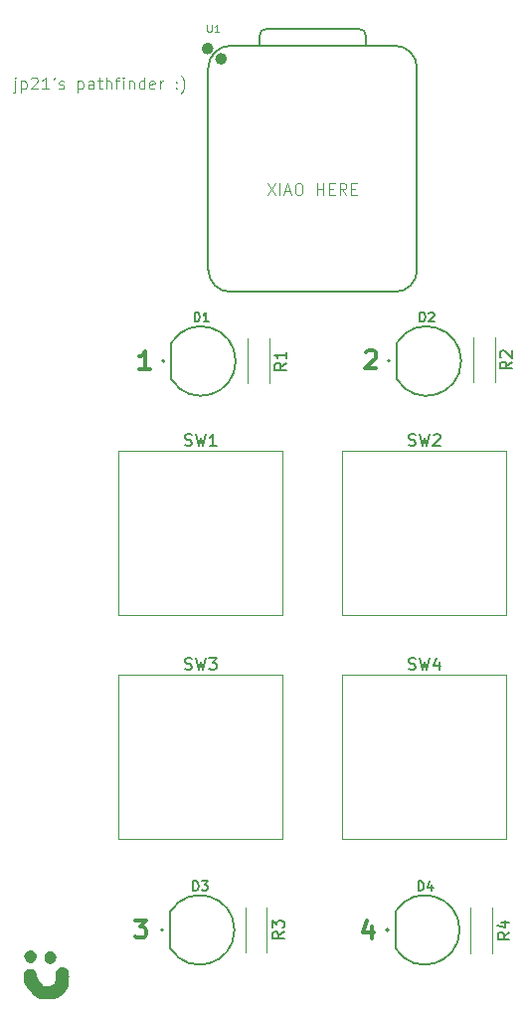
<source format=gbr>
%TF.GenerationSoftware,KiCad,Pcbnew,9.0.2*%
%TF.CreationDate,2025-08-01T17:29:50-07:00*%
%TF.ProjectId,jp21_pathfinder,6a703231-5f70-4617-9468-66696e646572,rev?*%
%TF.SameCoordinates,Original*%
%TF.FileFunction,Legend,Top*%
%TF.FilePolarity,Positive*%
%FSLAX46Y46*%
G04 Gerber Fmt 4.6, Leading zero omitted, Abs format (unit mm)*
G04 Created by KiCad (PCBNEW 9.0.2) date 2025-08-01 17:29:50*
%MOMM*%
%LPD*%
G01*
G04 APERTURE LIST*
%ADD10C,0.300000*%
%ADD11C,0.100000*%
%ADD12C,0.150000*%
%ADD13C,0.101600*%
%ADD14C,0.000000*%
%ADD15C,0.120000*%
%ADD16C,0.504000*%
%ADD17C,0.127000*%
%ADD18C,0.200000*%
G04 APERTURE END LIST*
D10*
X129110225Y-86930828D02*
X128253082Y-86930828D01*
X128681653Y-86930828D02*
X128681653Y-85430828D01*
X128681653Y-85430828D02*
X128538796Y-85645114D01*
X128538796Y-85645114D02*
X128395939Y-85787971D01*
X128395939Y-85787971D02*
X128253082Y-85859400D01*
X147987368Y-134370828D02*
X147987368Y-135370828D01*
X147630225Y-133799400D02*
X147273082Y-134870828D01*
X147273082Y-134870828D02*
X148201653Y-134870828D01*
X127881653Y-133800828D02*
X128810225Y-133800828D01*
X128810225Y-133800828D02*
X128310225Y-134372257D01*
X128310225Y-134372257D02*
X128524510Y-134372257D01*
X128524510Y-134372257D02*
X128667368Y-134443685D01*
X128667368Y-134443685D02*
X128738796Y-134515114D01*
X128738796Y-134515114D02*
X128810225Y-134657971D01*
X128810225Y-134657971D02*
X128810225Y-135015114D01*
X128810225Y-135015114D02*
X128738796Y-135157971D01*
X128738796Y-135157971D02*
X128667368Y-135229400D01*
X128667368Y-135229400D02*
X128524510Y-135300828D01*
X128524510Y-135300828D02*
X128095939Y-135300828D01*
X128095939Y-135300828D02*
X127953082Y-135229400D01*
X127953082Y-135229400D02*
X127881653Y-135157971D01*
X147543082Y-85463685D02*
X147614510Y-85392257D01*
X147614510Y-85392257D02*
X147757368Y-85320828D01*
X147757368Y-85320828D02*
X148114510Y-85320828D01*
X148114510Y-85320828D02*
X148257368Y-85392257D01*
X148257368Y-85392257D02*
X148328796Y-85463685D01*
X148328796Y-85463685D02*
X148400225Y-85606542D01*
X148400225Y-85606542D02*
X148400225Y-85749400D01*
X148400225Y-85749400D02*
X148328796Y-85963685D01*
X148328796Y-85963685D02*
X147471653Y-86820828D01*
X147471653Y-86820828D02*
X148400225Y-86820828D01*
D11*
X117663884Y-62405752D02*
X117663884Y-63262895D01*
X117663884Y-63262895D02*
X117616265Y-63358133D01*
X117616265Y-63358133D02*
X117521027Y-63405752D01*
X117521027Y-63405752D02*
X117473408Y-63405752D01*
X117663884Y-62072419D02*
X117616265Y-62120038D01*
X117616265Y-62120038D02*
X117663884Y-62167657D01*
X117663884Y-62167657D02*
X117711503Y-62120038D01*
X117711503Y-62120038D02*
X117663884Y-62072419D01*
X117663884Y-62072419D02*
X117663884Y-62167657D01*
X118140074Y-62405752D02*
X118140074Y-63405752D01*
X118140074Y-62453371D02*
X118235312Y-62405752D01*
X118235312Y-62405752D02*
X118425788Y-62405752D01*
X118425788Y-62405752D02*
X118521026Y-62453371D01*
X118521026Y-62453371D02*
X118568645Y-62500990D01*
X118568645Y-62500990D02*
X118616264Y-62596228D01*
X118616264Y-62596228D02*
X118616264Y-62881942D01*
X118616264Y-62881942D02*
X118568645Y-62977180D01*
X118568645Y-62977180D02*
X118521026Y-63024800D01*
X118521026Y-63024800D02*
X118425788Y-63072419D01*
X118425788Y-63072419D02*
X118235312Y-63072419D01*
X118235312Y-63072419D02*
X118140074Y-63024800D01*
X118997217Y-62167657D02*
X119044836Y-62120038D01*
X119044836Y-62120038D02*
X119140074Y-62072419D01*
X119140074Y-62072419D02*
X119378169Y-62072419D01*
X119378169Y-62072419D02*
X119473407Y-62120038D01*
X119473407Y-62120038D02*
X119521026Y-62167657D01*
X119521026Y-62167657D02*
X119568645Y-62262895D01*
X119568645Y-62262895D02*
X119568645Y-62358133D01*
X119568645Y-62358133D02*
X119521026Y-62500990D01*
X119521026Y-62500990D02*
X118949598Y-63072419D01*
X118949598Y-63072419D02*
X119568645Y-63072419D01*
X120521026Y-63072419D02*
X119949598Y-63072419D01*
X120235312Y-63072419D02*
X120235312Y-62072419D01*
X120235312Y-62072419D02*
X120140074Y-62215276D01*
X120140074Y-62215276D02*
X120044836Y-62310514D01*
X120044836Y-62310514D02*
X119949598Y-62358133D01*
X120997217Y-62072419D02*
X120901979Y-62262895D01*
X121378169Y-63024800D02*
X121473407Y-63072419D01*
X121473407Y-63072419D02*
X121663883Y-63072419D01*
X121663883Y-63072419D02*
X121759121Y-63024800D01*
X121759121Y-63024800D02*
X121806740Y-62929561D01*
X121806740Y-62929561D02*
X121806740Y-62881942D01*
X121806740Y-62881942D02*
X121759121Y-62786704D01*
X121759121Y-62786704D02*
X121663883Y-62739085D01*
X121663883Y-62739085D02*
X121521026Y-62739085D01*
X121521026Y-62739085D02*
X121425788Y-62691466D01*
X121425788Y-62691466D02*
X121378169Y-62596228D01*
X121378169Y-62596228D02*
X121378169Y-62548609D01*
X121378169Y-62548609D02*
X121425788Y-62453371D01*
X121425788Y-62453371D02*
X121521026Y-62405752D01*
X121521026Y-62405752D02*
X121663883Y-62405752D01*
X121663883Y-62405752D02*
X121759121Y-62453371D01*
X122997217Y-62405752D02*
X122997217Y-63405752D01*
X122997217Y-62453371D02*
X123092455Y-62405752D01*
X123092455Y-62405752D02*
X123282931Y-62405752D01*
X123282931Y-62405752D02*
X123378169Y-62453371D01*
X123378169Y-62453371D02*
X123425788Y-62500990D01*
X123425788Y-62500990D02*
X123473407Y-62596228D01*
X123473407Y-62596228D02*
X123473407Y-62881942D01*
X123473407Y-62881942D02*
X123425788Y-62977180D01*
X123425788Y-62977180D02*
X123378169Y-63024800D01*
X123378169Y-63024800D02*
X123282931Y-63072419D01*
X123282931Y-63072419D02*
X123092455Y-63072419D01*
X123092455Y-63072419D02*
X122997217Y-63024800D01*
X124330550Y-63072419D02*
X124330550Y-62548609D01*
X124330550Y-62548609D02*
X124282931Y-62453371D01*
X124282931Y-62453371D02*
X124187693Y-62405752D01*
X124187693Y-62405752D02*
X123997217Y-62405752D01*
X123997217Y-62405752D02*
X123901979Y-62453371D01*
X124330550Y-63024800D02*
X124235312Y-63072419D01*
X124235312Y-63072419D02*
X123997217Y-63072419D01*
X123997217Y-63072419D02*
X123901979Y-63024800D01*
X123901979Y-63024800D02*
X123854360Y-62929561D01*
X123854360Y-62929561D02*
X123854360Y-62834323D01*
X123854360Y-62834323D02*
X123901979Y-62739085D01*
X123901979Y-62739085D02*
X123997217Y-62691466D01*
X123997217Y-62691466D02*
X124235312Y-62691466D01*
X124235312Y-62691466D02*
X124330550Y-62643847D01*
X124663884Y-62405752D02*
X125044836Y-62405752D01*
X124806741Y-62072419D02*
X124806741Y-62929561D01*
X124806741Y-62929561D02*
X124854360Y-63024800D01*
X124854360Y-63024800D02*
X124949598Y-63072419D01*
X124949598Y-63072419D02*
X125044836Y-63072419D01*
X125378170Y-63072419D02*
X125378170Y-62072419D01*
X125806741Y-63072419D02*
X125806741Y-62548609D01*
X125806741Y-62548609D02*
X125759122Y-62453371D01*
X125759122Y-62453371D02*
X125663884Y-62405752D01*
X125663884Y-62405752D02*
X125521027Y-62405752D01*
X125521027Y-62405752D02*
X125425789Y-62453371D01*
X125425789Y-62453371D02*
X125378170Y-62500990D01*
X126140075Y-62405752D02*
X126521027Y-62405752D01*
X126282932Y-63072419D02*
X126282932Y-62215276D01*
X126282932Y-62215276D02*
X126330551Y-62120038D01*
X126330551Y-62120038D02*
X126425789Y-62072419D01*
X126425789Y-62072419D02*
X126521027Y-62072419D01*
X126854361Y-63072419D02*
X126854361Y-62405752D01*
X126854361Y-62072419D02*
X126806742Y-62120038D01*
X126806742Y-62120038D02*
X126854361Y-62167657D01*
X126854361Y-62167657D02*
X126901980Y-62120038D01*
X126901980Y-62120038D02*
X126854361Y-62072419D01*
X126854361Y-62072419D02*
X126854361Y-62167657D01*
X127330551Y-62405752D02*
X127330551Y-63072419D01*
X127330551Y-62500990D02*
X127378170Y-62453371D01*
X127378170Y-62453371D02*
X127473408Y-62405752D01*
X127473408Y-62405752D02*
X127616265Y-62405752D01*
X127616265Y-62405752D02*
X127711503Y-62453371D01*
X127711503Y-62453371D02*
X127759122Y-62548609D01*
X127759122Y-62548609D02*
X127759122Y-63072419D01*
X128663884Y-63072419D02*
X128663884Y-62072419D01*
X128663884Y-63024800D02*
X128568646Y-63072419D01*
X128568646Y-63072419D02*
X128378170Y-63072419D01*
X128378170Y-63072419D02*
X128282932Y-63024800D01*
X128282932Y-63024800D02*
X128235313Y-62977180D01*
X128235313Y-62977180D02*
X128187694Y-62881942D01*
X128187694Y-62881942D02*
X128187694Y-62596228D01*
X128187694Y-62596228D02*
X128235313Y-62500990D01*
X128235313Y-62500990D02*
X128282932Y-62453371D01*
X128282932Y-62453371D02*
X128378170Y-62405752D01*
X128378170Y-62405752D02*
X128568646Y-62405752D01*
X128568646Y-62405752D02*
X128663884Y-62453371D01*
X129521027Y-63024800D02*
X129425789Y-63072419D01*
X129425789Y-63072419D02*
X129235313Y-63072419D01*
X129235313Y-63072419D02*
X129140075Y-63024800D01*
X129140075Y-63024800D02*
X129092456Y-62929561D01*
X129092456Y-62929561D02*
X129092456Y-62548609D01*
X129092456Y-62548609D02*
X129140075Y-62453371D01*
X129140075Y-62453371D02*
X129235313Y-62405752D01*
X129235313Y-62405752D02*
X129425789Y-62405752D01*
X129425789Y-62405752D02*
X129521027Y-62453371D01*
X129521027Y-62453371D02*
X129568646Y-62548609D01*
X129568646Y-62548609D02*
X129568646Y-62643847D01*
X129568646Y-62643847D02*
X129092456Y-62739085D01*
X129997218Y-63072419D02*
X129997218Y-62405752D01*
X129997218Y-62596228D02*
X130044837Y-62500990D01*
X130044837Y-62500990D02*
X130092456Y-62453371D01*
X130092456Y-62453371D02*
X130187694Y-62405752D01*
X130187694Y-62405752D02*
X130282932Y-62405752D01*
X131378171Y-62977180D02*
X131425790Y-63024800D01*
X131425790Y-63024800D02*
X131378171Y-63072419D01*
X131378171Y-63072419D02*
X131330552Y-63024800D01*
X131330552Y-63024800D02*
X131378171Y-62977180D01*
X131378171Y-62977180D02*
X131378171Y-63072419D01*
X131378171Y-62453371D02*
X131425790Y-62500990D01*
X131425790Y-62500990D02*
X131378171Y-62548609D01*
X131378171Y-62548609D02*
X131330552Y-62500990D01*
X131330552Y-62500990D02*
X131378171Y-62453371D01*
X131378171Y-62453371D02*
X131378171Y-62548609D01*
X131759123Y-63453371D02*
X131806742Y-63405752D01*
X131806742Y-63405752D02*
X131901980Y-63262895D01*
X131901980Y-63262895D02*
X131949599Y-63167657D01*
X131949599Y-63167657D02*
X131997218Y-63024800D01*
X131997218Y-63024800D02*
X132044837Y-62786704D01*
X132044837Y-62786704D02*
X132044837Y-62596228D01*
X132044837Y-62596228D02*
X131997218Y-62358133D01*
X131997218Y-62358133D02*
X131949599Y-62215276D01*
X131949599Y-62215276D02*
X131901980Y-62120038D01*
X131901980Y-62120038D02*
X131806742Y-61977180D01*
X131806742Y-61977180D02*
X131759123Y-61929561D01*
X139138646Y-71082419D02*
X139805312Y-72082419D01*
X139805312Y-71082419D02*
X139138646Y-72082419D01*
X140186265Y-72082419D02*
X140186265Y-71082419D01*
X140614836Y-71796704D02*
X141091026Y-71796704D01*
X140519598Y-72082419D02*
X140852931Y-71082419D01*
X140852931Y-71082419D02*
X141186264Y-72082419D01*
X141710074Y-71082419D02*
X141900550Y-71082419D01*
X141900550Y-71082419D02*
X141995788Y-71130038D01*
X141995788Y-71130038D02*
X142091026Y-71225276D01*
X142091026Y-71225276D02*
X142138645Y-71415752D01*
X142138645Y-71415752D02*
X142138645Y-71749085D01*
X142138645Y-71749085D02*
X142091026Y-71939561D01*
X142091026Y-71939561D02*
X141995788Y-72034800D01*
X141995788Y-72034800D02*
X141900550Y-72082419D01*
X141900550Y-72082419D02*
X141710074Y-72082419D01*
X141710074Y-72082419D02*
X141614836Y-72034800D01*
X141614836Y-72034800D02*
X141519598Y-71939561D01*
X141519598Y-71939561D02*
X141471979Y-71749085D01*
X141471979Y-71749085D02*
X141471979Y-71415752D01*
X141471979Y-71415752D02*
X141519598Y-71225276D01*
X141519598Y-71225276D02*
X141614836Y-71130038D01*
X141614836Y-71130038D02*
X141710074Y-71082419D01*
X143329122Y-72082419D02*
X143329122Y-71082419D01*
X143329122Y-71558609D02*
X143900550Y-71558609D01*
X143900550Y-72082419D02*
X143900550Y-71082419D01*
X144376741Y-71558609D02*
X144710074Y-71558609D01*
X144852931Y-72082419D02*
X144376741Y-72082419D01*
X144376741Y-72082419D02*
X144376741Y-71082419D01*
X144376741Y-71082419D02*
X144852931Y-71082419D01*
X145852931Y-72082419D02*
X145519598Y-71606228D01*
X145281503Y-72082419D02*
X145281503Y-71082419D01*
X145281503Y-71082419D02*
X145662455Y-71082419D01*
X145662455Y-71082419D02*
X145757693Y-71130038D01*
X145757693Y-71130038D02*
X145805312Y-71177657D01*
X145805312Y-71177657D02*
X145852931Y-71272895D01*
X145852931Y-71272895D02*
X145852931Y-71415752D01*
X145852931Y-71415752D02*
X145805312Y-71510990D01*
X145805312Y-71510990D02*
X145757693Y-71558609D01*
X145757693Y-71558609D02*
X145662455Y-71606228D01*
X145662455Y-71606228D02*
X145281503Y-71606228D01*
X146281503Y-71558609D02*
X146614836Y-71558609D01*
X146757693Y-72082419D02*
X146281503Y-72082419D01*
X146281503Y-72082419D02*
X146281503Y-71082419D01*
X146281503Y-71082419D02*
X146757693Y-71082419D01*
D12*
X132126667Y-112443200D02*
X132269524Y-112490819D01*
X132269524Y-112490819D02*
X132507619Y-112490819D01*
X132507619Y-112490819D02*
X132602857Y-112443200D01*
X132602857Y-112443200D02*
X132650476Y-112395580D01*
X132650476Y-112395580D02*
X132698095Y-112300342D01*
X132698095Y-112300342D02*
X132698095Y-112205104D01*
X132698095Y-112205104D02*
X132650476Y-112109866D01*
X132650476Y-112109866D02*
X132602857Y-112062247D01*
X132602857Y-112062247D02*
X132507619Y-112014628D01*
X132507619Y-112014628D02*
X132317143Y-111967009D01*
X132317143Y-111967009D02*
X132221905Y-111919390D01*
X132221905Y-111919390D02*
X132174286Y-111871771D01*
X132174286Y-111871771D02*
X132126667Y-111776533D01*
X132126667Y-111776533D02*
X132126667Y-111681295D01*
X132126667Y-111681295D02*
X132174286Y-111586057D01*
X132174286Y-111586057D02*
X132221905Y-111538438D01*
X132221905Y-111538438D02*
X132317143Y-111490819D01*
X132317143Y-111490819D02*
X132555238Y-111490819D01*
X132555238Y-111490819D02*
X132698095Y-111538438D01*
X133031429Y-111490819D02*
X133269524Y-112490819D01*
X133269524Y-112490819D02*
X133460000Y-111776533D01*
X133460000Y-111776533D02*
X133650476Y-112490819D01*
X133650476Y-112490819D02*
X133888572Y-111490819D01*
X134174286Y-111490819D02*
X134793333Y-111490819D01*
X134793333Y-111490819D02*
X134460000Y-111871771D01*
X134460000Y-111871771D02*
X134602857Y-111871771D01*
X134602857Y-111871771D02*
X134698095Y-111919390D01*
X134698095Y-111919390D02*
X134745714Y-111967009D01*
X134745714Y-111967009D02*
X134793333Y-112062247D01*
X134793333Y-112062247D02*
X134793333Y-112300342D01*
X134793333Y-112300342D02*
X134745714Y-112395580D01*
X134745714Y-112395580D02*
X134698095Y-112443200D01*
X134698095Y-112443200D02*
X134602857Y-112490819D01*
X134602857Y-112490819D02*
X134317143Y-112490819D01*
X134317143Y-112490819D02*
X134221905Y-112443200D01*
X134221905Y-112443200D02*
X134174286Y-112395580D01*
X151176667Y-112443200D02*
X151319524Y-112490819D01*
X151319524Y-112490819D02*
X151557619Y-112490819D01*
X151557619Y-112490819D02*
X151652857Y-112443200D01*
X151652857Y-112443200D02*
X151700476Y-112395580D01*
X151700476Y-112395580D02*
X151748095Y-112300342D01*
X151748095Y-112300342D02*
X151748095Y-112205104D01*
X151748095Y-112205104D02*
X151700476Y-112109866D01*
X151700476Y-112109866D02*
X151652857Y-112062247D01*
X151652857Y-112062247D02*
X151557619Y-112014628D01*
X151557619Y-112014628D02*
X151367143Y-111967009D01*
X151367143Y-111967009D02*
X151271905Y-111919390D01*
X151271905Y-111919390D02*
X151224286Y-111871771D01*
X151224286Y-111871771D02*
X151176667Y-111776533D01*
X151176667Y-111776533D02*
X151176667Y-111681295D01*
X151176667Y-111681295D02*
X151224286Y-111586057D01*
X151224286Y-111586057D02*
X151271905Y-111538438D01*
X151271905Y-111538438D02*
X151367143Y-111490819D01*
X151367143Y-111490819D02*
X151605238Y-111490819D01*
X151605238Y-111490819D02*
X151748095Y-111538438D01*
X152081429Y-111490819D02*
X152319524Y-112490819D01*
X152319524Y-112490819D02*
X152510000Y-111776533D01*
X152510000Y-111776533D02*
X152700476Y-112490819D01*
X152700476Y-112490819D02*
X152938572Y-111490819D01*
X153748095Y-111824152D02*
X153748095Y-112490819D01*
X153510000Y-111443200D02*
X153271905Y-112157485D01*
X153271905Y-112157485D02*
X153890952Y-112157485D01*
X151176667Y-93393200D02*
X151319524Y-93440819D01*
X151319524Y-93440819D02*
X151557619Y-93440819D01*
X151557619Y-93440819D02*
X151652857Y-93393200D01*
X151652857Y-93393200D02*
X151700476Y-93345580D01*
X151700476Y-93345580D02*
X151748095Y-93250342D01*
X151748095Y-93250342D02*
X151748095Y-93155104D01*
X151748095Y-93155104D02*
X151700476Y-93059866D01*
X151700476Y-93059866D02*
X151652857Y-93012247D01*
X151652857Y-93012247D02*
X151557619Y-92964628D01*
X151557619Y-92964628D02*
X151367143Y-92917009D01*
X151367143Y-92917009D02*
X151271905Y-92869390D01*
X151271905Y-92869390D02*
X151224286Y-92821771D01*
X151224286Y-92821771D02*
X151176667Y-92726533D01*
X151176667Y-92726533D02*
X151176667Y-92631295D01*
X151176667Y-92631295D02*
X151224286Y-92536057D01*
X151224286Y-92536057D02*
X151271905Y-92488438D01*
X151271905Y-92488438D02*
X151367143Y-92440819D01*
X151367143Y-92440819D02*
X151605238Y-92440819D01*
X151605238Y-92440819D02*
X151748095Y-92488438D01*
X152081429Y-92440819D02*
X152319524Y-93440819D01*
X152319524Y-93440819D02*
X152510000Y-92726533D01*
X152510000Y-92726533D02*
X152700476Y-93440819D01*
X152700476Y-93440819D02*
X152938572Y-92440819D01*
X153271905Y-92536057D02*
X153319524Y-92488438D01*
X153319524Y-92488438D02*
X153414762Y-92440819D01*
X153414762Y-92440819D02*
X153652857Y-92440819D01*
X153652857Y-92440819D02*
X153748095Y-92488438D01*
X153748095Y-92488438D02*
X153795714Y-92536057D01*
X153795714Y-92536057D02*
X153843333Y-92631295D01*
X153843333Y-92631295D02*
X153843333Y-92726533D01*
X153843333Y-92726533D02*
X153795714Y-92869390D01*
X153795714Y-92869390D02*
X153224286Y-93440819D01*
X153224286Y-93440819D02*
X153843333Y-93440819D01*
X132126667Y-93393200D02*
X132269524Y-93440819D01*
X132269524Y-93440819D02*
X132507619Y-93440819D01*
X132507619Y-93440819D02*
X132602857Y-93393200D01*
X132602857Y-93393200D02*
X132650476Y-93345580D01*
X132650476Y-93345580D02*
X132698095Y-93250342D01*
X132698095Y-93250342D02*
X132698095Y-93155104D01*
X132698095Y-93155104D02*
X132650476Y-93059866D01*
X132650476Y-93059866D02*
X132602857Y-93012247D01*
X132602857Y-93012247D02*
X132507619Y-92964628D01*
X132507619Y-92964628D02*
X132317143Y-92917009D01*
X132317143Y-92917009D02*
X132221905Y-92869390D01*
X132221905Y-92869390D02*
X132174286Y-92821771D01*
X132174286Y-92821771D02*
X132126667Y-92726533D01*
X132126667Y-92726533D02*
X132126667Y-92631295D01*
X132126667Y-92631295D02*
X132174286Y-92536057D01*
X132174286Y-92536057D02*
X132221905Y-92488438D01*
X132221905Y-92488438D02*
X132317143Y-92440819D01*
X132317143Y-92440819D02*
X132555238Y-92440819D01*
X132555238Y-92440819D02*
X132698095Y-92488438D01*
X133031429Y-92440819D02*
X133269524Y-93440819D01*
X133269524Y-93440819D02*
X133460000Y-92726533D01*
X133460000Y-92726533D02*
X133650476Y-93440819D01*
X133650476Y-93440819D02*
X133888572Y-92440819D01*
X134793333Y-93440819D02*
X134221905Y-93440819D01*
X134507619Y-93440819D02*
X134507619Y-92440819D01*
X134507619Y-92440819D02*
X134412381Y-92583676D01*
X134412381Y-92583676D02*
X134317143Y-92678914D01*
X134317143Y-92678914D02*
X134221905Y-92726533D01*
D13*
X133997440Y-57585979D02*
X133997440Y-58100026D01*
X133997440Y-58100026D02*
X134027678Y-58160502D01*
X134027678Y-58160502D02*
X134057916Y-58190741D01*
X134057916Y-58190741D02*
X134118392Y-58220979D01*
X134118392Y-58220979D02*
X134239345Y-58220979D01*
X134239345Y-58220979D02*
X134299821Y-58190741D01*
X134299821Y-58190741D02*
X134330059Y-58160502D01*
X134330059Y-58160502D02*
X134360297Y-58100026D01*
X134360297Y-58100026D02*
X134360297Y-57585979D01*
X134995297Y-58220979D02*
X134632440Y-58220979D01*
X134813868Y-58220979D02*
X134813868Y-57585979D01*
X134813868Y-57585979D02*
X134753392Y-57676693D01*
X134753392Y-57676693D02*
X134692916Y-57737169D01*
X134692916Y-57737169D02*
X134632440Y-57767407D01*
D12*
X132910774Y-82876795D02*
X132910774Y-82076795D01*
X132910774Y-82076795D02*
X133101250Y-82076795D01*
X133101250Y-82076795D02*
X133215536Y-82114890D01*
X133215536Y-82114890D02*
X133291726Y-82191080D01*
X133291726Y-82191080D02*
X133329821Y-82267271D01*
X133329821Y-82267271D02*
X133367917Y-82419652D01*
X133367917Y-82419652D02*
X133367917Y-82533938D01*
X133367917Y-82533938D02*
X133329821Y-82686319D01*
X133329821Y-82686319D02*
X133291726Y-82762509D01*
X133291726Y-82762509D02*
X133215536Y-82838700D01*
X133215536Y-82838700D02*
X133101250Y-82876795D01*
X133101250Y-82876795D02*
X132910774Y-82876795D01*
X134129821Y-82876795D02*
X133672678Y-82876795D01*
X133901250Y-82876795D02*
X133901250Y-82076795D01*
X133901250Y-82076795D02*
X133825059Y-82191080D01*
X133825059Y-82191080D02*
X133748869Y-82267271D01*
X133748869Y-82267271D02*
X133672678Y-82305366D01*
X152110774Y-82876795D02*
X152110774Y-82076795D01*
X152110774Y-82076795D02*
X152301250Y-82076795D01*
X152301250Y-82076795D02*
X152415536Y-82114890D01*
X152415536Y-82114890D02*
X152491726Y-82191080D01*
X152491726Y-82191080D02*
X152529821Y-82267271D01*
X152529821Y-82267271D02*
X152567917Y-82419652D01*
X152567917Y-82419652D02*
X152567917Y-82533938D01*
X152567917Y-82533938D02*
X152529821Y-82686319D01*
X152529821Y-82686319D02*
X152491726Y-82762509D01*
X152491726Y-82762509D02*
X152415536Y-82838700D01*
X152415536Y-82838700D02*
X152301250Y-82876795D01*
X152301250Y-82876795D02*
X152110774Y-82876795D01*
X152872678Y-82152985D02*
X152910774Y-82114890D01*
X152910774Y-82114890D02*
X152986964Y-82076795D01*
X152986964Y-82076795D02*
X153177440Y-82076795D01*
X153177440Y-82076795D02*
X153253631Y-82114890D01*
X153253631Y-82114890D02*
X153291726Y-82152985D01*
X153291726Y-82152985D02*
X153329821Y-82229176D01*
X153329821Y-82229176D02*
X153329821Y-82305366D01*
X153329821Y-82305366D02*
X153291726Y-82419652D01*
X153291726Y-82419652D02*
X152834583Y-82876795D01*
X152834583Y-82876795D02*
X153329821Y-82876795D01*
X159736069Y-134829166D02*
X159259878Y-135162499D01*
X159736069Y-135400594D02*
X158736069Y-135400594D01*
X158736069Y-135400594D02*
X158736069Y-135019642D01*
X158736069Y-135019642D02*
X158783688Y-134924404D01*
X158783688Y-134924404D02*
X158831307Y-134876785D01*
X158831307Y-134876785D02*
X158926545Y-134829166D01*
X158926545Y-134829166D02*
X159069402Y-134829166D01*
X159069402Y-134829166D02*
X159164640Y-134876785D01*
X159164640Y-134876785D02*
X159212259Y-134924404D01*
X159212259Y-134924404D02*
X159259878Y-135019642D01*
X159259878Y-135019642D02*
X159259878Y-135400594D01*
X159069402Y-133972023D02*
X159736069Y-133972023D01*
X158688450Y-134210118D02*
X159402735Y-134448213D01*
X159402735Y-134448213D02*
X159402735Y-133829166D01*
X140536069Y-134789166D02*
X140059878Y-135122499D01*
X140536069Y-135360594D02*
X139536069Y-135360594D01*
X139536069Y-135360594D02*
X139536069Y-134979642D01*
X139536069Y-134979642D02*
X139583688Y-134884404D01*
X139583688Y-134884404D02*
X139631307Y-134836785D01*
X139631307Y-134836785D02*
X139726545Y-134789166D01*
X139726545Y-134789166D02*
X139869402Y-134789166D01*
X139869402Y-134789166D02*
X139964640Y-134836785D01*
X139964640Y-134836785D02*
X140012259Y-134884404D01*
X140012259Y-134884404D02*
X140059878Y-134979642D01*
X140059878Y-134979642D02*
X140059878Y-135360594D01*
X139536069Y-134455832D02*
X139536069Y-133836785D01*
X139536069Y-133836785D02*
X139917021Y-134170118D01*
X139917021Y-134170118D02*
X139917021Y-134027261D01*
X139917021Y-134027261D02*
X139964640Y-133932023D01*
X139964640Y-133932023D02*
X140012259Y-133884404D01*
X140012259Y-133884404D02*
X140107497Y-133836785D01*
X140107497Y-133836785D02*
X140345592Y-133836785D01*
X140345592Y-133836785D02*
X140440830Y-133884404D01*
X140440830Y-133884404D02*
X140488450Y-133932023D01*
X140488450Y-133932023D02*
X140536069Y-134027261D01*
X140536069Y-134027261D02*
X140536069Y-134312975D01*
X140536069Y-134312975D02*
X140488450Y-134408213D01*
X140488450Y-134408213D02*
X140440830Y-134455832D01*
X159936069Y-86289166D02*
X159459878Y-86622499D01*
X159936069Y-86860594D02*
X158936069Y-86860594D01*
X158936069Y-86860594D02*
X158936069Y-86479642D01*
X158936069Y-86479642D02*
X158983688Y-86384404D01*
X158983688Y-86384404D02*
X159031307Y-86336785D01*
X159031307Y-86336785D02*
X159126545Y-86289166D01*
X159126545Y-86289166D02*
X159269402Y-86289166D01*
X159269402Y-86289166D02*
X159364640Y-86336785D01*
X159364640Y-86336785D02*
X159412259Y-86384404D01*
X159412259Y-86384404D02*
X159459878Y-86479642D01*
X159459878Y-86479642D02*
X159459878Y-86860594D01*
X159031307Y-85908213D02*
X158983688Y-85860594D01*
X158983688Y-85860594D02*
X158936069Y-85765356D01*
X158936069Y-85765356D02*
X158936069Y-85527261D01*
X158936069Y-85527261D02*
X158983688Y-85432023D01*
X158983688Y-85432023D02*
X159031307Y-85384404D01*
X159031307Y-85384404D02*
X159126545Y-85336785D01*
X159126545Y-85336785D02*
X159221783Y-85336785D01*
X159221783Y-85336785D02*
X159364640Y-85384404D01*
X159364640Y-85384404D02*
X159936069Y-85955832D01*
X159936069Y-85955832D02*
X159936069Y-85336785D01*
X140736069Y-86389166D02*
X140259878Y-86722499D01*
X140736069Y-86960594D02*
X139736069Y-86960594D01*
X139736069Y-86960594D02*
X139736069Y-86579642D01*
X139736069Y-86579642D02*
X139783688Y-86484404D01*
X139783688Y-86484404D02*
X139831307Y-86436785D01*
X139831307Y-86436785D02*
X139926545Y-86389166D01*
X139926545Y-86389166D02*
X140069402Y-86389166D01*
X140069402Y-86389166D02*
X140164640Y-86436785D01*
X140164640Y-86436785D02*
X140212259Y-86484404D01*
X140212259Y-86484404D02*
X140259878Y-86579642D01*
X140259878Y-86579642D02*
X140259878Y-86960594D01*
X140736069Y-85436785D02*
X140736069Y-86008213D01*
X140736069Y-85722499D02*
X139736069Y-85722499D01*
X139736069Y-85722499D02*
X139878926Y-85817737D01*
X139878926Y-85817737D02*
X139974164Y-85912975D01*
X139974164Y-85912975D02*
X140021783Y-86008213D01*
X151980774Y-131276795D02*
X151980774Y-130476795D01*
X151980774Y-130476795D02*
X152171250Y-130476795D01*
X152171250Y-130476795D02*
X152285536Y-130514890D01*
X152285536Y-130514890D02*
X152361726Y-130591080D01*
X152361726Y-130591080D02*
X152399821Y-130667271D01*
X152399821Y-130667271D02*
X152437917Y-130819652D01*
X152437917Y-130819652D02*
X152437917Y-130933938D01*
X152437917Y-130933938D02*
X152399821Y-131086319D01*
X152399821Y-131086319D02*
X152361726Y-131162509D01*
X152361726Y-131162509D02*
X152285536Y-131238700D01*
X152285536Y-131238700D02*
X152171250Y-131276795D01*
X152171250Y-131276795D02*
X151980774Y-131276795D01*
X153123631Y-130743461D02*
X153123631Y-131276795D01*
X152933155Y-130438700D02*
X152742678Y-131010128D01*
X152742678Y-131010128D02*
X153237917Y-131010128D01*
X132810774Y-131276795D02*
X132810774Y-130476795D01*
X132810774Y-130476795D02*
X133001250Y-130476795D01*
X133001250Y-130476795D02*
X133115536Y-130514890D01*
X133115536Y-130514890D02*
X133191726Y-130591080D01*
X133191726Y-130591080D02*
X133229821Y-130667271D01*
X133229821Y-130667271D02*
X133267917Y-130819652D01*
X133267917Y-130819652D02*
X133267917Y-130933938D01*
X133267917Y-130933938D02*
X133229821Y-131086319D01*
X133229821Y-131086319D02*
X133191726Y-131162509D01*
X133191726Y-131162509D02*
X133115536Y-131238700D01*
X133115536Y-131238700D02*
X133001250Y-131276795D01*
X133001250Y-131276795D02*
X132810774Y-131276795D01*
X133534583Y-130476795D02*
X134029821Y-130476795D01*
X134029821Y-130476795D02*
X133763155Y-130781557D01*
X133763155Y-130781557D02*
X133877440Y-130781557D01*
X133877440Y-130781557D02*
X133953631Y-130819652D01*
X133953631Y-130819652D02*
X133991726Y-130857747D01*
X133991726Y-130857747D02*
X134029821Y-130933938D01*
X134029821Y-130933938D02*
X134029821Y-131124414D01*
X134029821Y-131124414D02*
X133991726Y-131200604D01*
X133991726Y-131200604D02*
X133953631Y-131238700D01*
X133953631Y-131238700D02*
X133877440Y-131276795D01*
X133877440Y-131276795D02*
X133648869Y-131276795D01*
X133648869Y-131276795D02*
X133572678Y-131238700D01*
X133572678Y-131238700D02*
X133534583Y-131200604D01*
D14*
%TO.C,G\u002A\u002A\u002A*%
G36*
X119053481Y-136394556D02*
G01*
X119218324Y-136456272D01*
X119355653Y-136573764D01*
X119393914Y-136628132D01*
X119460585Y-136799095D01*
X119463168Y-136969588D01*
X119411941Y-137128569D01*
X119317185Y-137264997D01*
X119189177Y-137367831D01*
X119038199Y-137426029D01*
X118874529Y-137428549D01*
X118708486Y-137364376D01*
X118539906Y-137223850D01*
X118443351Y-137057770D01*
X118420687Y-136871411D01*
X118467651Y-136684308D01*
X118568209Y-136533492D01*
X118710990Y-136434223D01*
X118878559Y-136387559D01*
X119053481Y-136394556D01*
G37*
G36*
X120893749Y-136527707D02*
G01*
X121020090Y-136629003D01*
X121137803Y-136802119D01*
X121177520Y-136979378D01*
X121139211Y-137160619D01*
X121125516Y-137190635D01*
X121004178Y-137360897D01*
X120844774Y-137467976D01*
X120659648Y-137507214D01*
X120461145Y-137473952D01*
X120418871Y-137457300D01*
X120284893Y-137360229D01*
X120189505Y-137215328D01*
X120138454Y-137044663D01*
X120137485Y-136870304D01*
X120192341Y-136714318D01*
X120216398Y-136679570D01*
X120365160Y-136544792D01*
X120538687Y-136473860D01*
X120720408Y-136467817D01*
X120893749Y-136527707D01*
G37*
G36*
X121921865Y-137890893D02*
G01*
X122074047Y-138011932D01*
X122174749Y-138168888D01*
X122208515Y-138253617D01*
X122230191Y-138337428D01*
X122241376Y-138438361D01*
X122243669Y-138574460D01*
X122238667Y-138763766D01*
X122235253Y-138851771D01*
X122224800Y-139068482D01*
X122211616Y-139226525D01*
X122192244Y-139345380D01*
X122163221Y-139444529D01*
X122121087Y-139543452D01*
X122107313Y-139572039D01*
X121961010Y-139805810D01*
X121760797Y-140035120D01*
X121528977Y-140238200D01*
X121287852Y-140393279D01*
X121243544Y-140415185D01*
X121124849Y-140468488D01*
X121024099Y-140504701D01*
X120920418Y-140527589D01*
X120792933Y-140540920D01*
X120620766Y-140548461D01*
X120486486Y-140551792D01*
X120207359Y-140552441D01*
X119998431Y-140540207D01*
X119852742Y-140514630D01*
X119833356Y-140508790D01*
X119578463Y-140398793D01*
X119329681Y-140233878D01*
X119073555Y-140004874D01*
X119031397Y-139962088D01*
X118790832Y-139696792D01*
X118612020Y-139455677D01*
X118488305Y-139225131D01*
X118413032Y-138991542D01*
X118379544Y-138741299D01*
X118376332Y-138622405D01*
X118399575Y-138366585D01*
X118470071Y-138172467D01*
X118588972Y-138038646D01*
X118757431Y-137963716D01*
X118931238Y-137945227D01*
X119126567Y-137981393D01*
X119292447Y-138081685D01*
X119418078Y-138234334D01*
X119492662Y-138427571D01*
X119508705Y-138574628D01*
X119539469Y-138711783D01*
X119620655Y-138873566D01*
X119737765Y-139041090D01*
X119876301Y-139195466D01*
X120021767Y-139317808D01*
X120123769Y-139375937D01*
X120330642Y-139427613D01*
X120549312Y-139419659D01*
X120755729Y-139356497D01*
X120925841Y-139242552D01*
X120943095Y-139225232D01*
X120997410Y-139164254D01*
X121033293Y-139106076D01*
X121055507Y-139032156D01*
X121068816Y-138923954D01*
X121077982Y-138762927D01*
X121081223Y-138687543D01*
X121101003Y-138423384D01*
X121138276Y-138223719D01*
X121197610Y-138075963D01*
X121283574Y-137967530D01*
X121364720Y-137906620D01*
X121551079Y-137833017D01*
X121742169Y-137829515D01*
X121921865Y-137890893D01*
G37*
D15*
%TO.C,SW3*%
X126475000Y-112925000D02*
X140445000Y-112925000D01*
X126475000Y-126895000D02*
X126475000Y-112925000D01*
X140445000Y-112925000D02*
X140445000Y-126895000D01*
X140445000Y-126895000D02*
X126475000Y-126895000D01*
%TO.C,SW4*%
X145525000Y-112925000D02*
X159495000Y-112925000D01*
X145525000Y-126895000D02*
X145525000Y-112925000D01*
X159495000Y-112925000D02*
X159495000Y-126895000D01*
X159495000Y-126895000D02*
X145525000Y-126895000D01*
%TO.C,SW2*%
X145525000Y-93875000D02*
X159495000Y-93875000D01*
X145525000Y-107845000D02*
X145525000Y-93875000D01*
X159495000Y-93875000D02*
X159495000Y-107845000D01*
X159495000Y-107845000D02*
X145525000Y-107845000D01*
%TO.C,SW1*%
X126475000Y-93875000D02*
X140445000Y-93875000D01*
X126475000Y-107845000D02*
X126475000Y-93875000D01*
X140445000Y-93875000D02*
X140445000Y-107845000D01*
X140445000Y-107845000D02*
X126475000Y-107845000D01*
%TO.C,U1*%
D16*
X135426250Y-60512500D02*
G75*
G02*
X134922250Y-60512500I-252000J0D01*
G01*
X134922250Y-60512500D02*
G75*
G02*
X135426250Y-60512500I252000J0D01*
G01*
X134283250Y-59632500D02*
G75*
G02*
X133779250Y-59632500I-252000J0D01*
G01*
X133779250Y-59632500D02*
G75*
G02*
X134283250Y-59632500I252000J0D01*
G01*
D17*
X151871250Y-78441500D02*
G75*
G02*
X149966250Y-80346500I-1905000J0D01*
G01*
X149966250Y-59391500D02*
G75*
G02*
X151871250Y-61296500I0J-1905000D01*
G01*
X146985250Y-57981500D02*
G75*
G02*
X147485250Y-58481500I0J-500000D01*
G01*
X138489978Y-58481228D02*
G75*
G02*
X138989978Y-57981501I500018J-291D01*
G01*
X135996250Y-80346500D02*
G75*
G02*
X134091250Y-78441500I1J1905001D01*
G01*
X134091250Y-61296500D02*
G75*
G02*
X135996250Y-59391500I1905001J-1D01*
G01*
X151871250Y-78441500D02*
X151871250Y-61296500D01*
X149966250Y-59391500D02*
X135996250Y-59391500D01*
D11*
X149966250Y-59391500D02*
X135996250Y-59391500D01*
D17*
X147485250Y-58481500D02*
X147485250Y-59391500D01*
X138989978Y-57981500D02*
X146985250Y-57981500D01*
X138486250Y-59391500D02*
X138489978Y-58481228D01*
X135996250Y-80346500D02*
X149966250Y-80346500D01*
X134091250Y-78441500D02*
X134091250Y-61296500D01*
%TO.C,D1*%
X130961250Y-84656500D02*
G75*
G02*
X130961250Y-87788500I2506124J-1566000D01*
G01*
X130961250Y-84656500D02*
X130961250Y-87788500D01*
D18*
X130361250Y-86222500D02*
G75*
G02*
X130161250Y-86222500I-100000J0D01*
G01*
X130161250Y-86222500D02*
G75*
G02*
X130361250Y-86222500I100000J0D01*
G01*
D17*
%TO.C,D2*%
X150161250Y-84656500D02*
G75*
G02*
X150161250Y-87788500I2506124J-1566000D01*
G01*
X150161250Y-84656500D02*
X150161250Y-87788500D01*
D18*
X149561250Y-86222500D02*
G75*
G02*
X149361250Y-86222500I-100000J0D01*
G01*
X149361250Y-86222500D02*
G75*
G02*
X149561250Y-86222500I100000J0D01*
G01*
D15*
%TO.C,R4*%
X158281250Y-132742500D02*
X158281250Y-136582500D01*
X156441250Y-132742500D02*
X156441250Y-136582500D01*
%TO.C,R3*%
X139081250Y-132702500D02*
X139081250Y-136542500D01*
X137241250Y-132702500D02*
X137241250Y-136542500D01*
%TO.C,R2*%
X158481250Y-84202500D02*
X158481250Y-88042500D01*
X156641250Y-84202500D02*
X156641250Y-88042500D01*
%TO.C,R1*%
X139281250Y-84302500D02*
X139281250Y-88142500D01*
X137441250Y-84302500D02*
X137441250Y-88142500D01*
D18*
%TO.C,D4*%
X149431250Y-134622500D02*
G75*
G02*
X149231250Y-134622500I-100000J0D01*
G01*
X149231250Y-134622500D02*
G75*
G02*
X149431250Y-134622500I100000J0D01*
G01*
D17*
X150031250Y-133056500D02*
X150031250Y-136188500D01*
X150031250Y-133056500D02*
G75*
G02*
X150031250Y-136188500I2506124J-1566000D01*
G01*
D18*
%TO.C,D3*%
X130261250Y-134622500D02*
G75*
G02*
X130061250Y-134622500I-100000J0D01*
G01*
X130061250Y-134622500D02*
G75*
G02*
X130261250Y-134622500I100000J0D01*
G01*
D17*
X130861250Y-133056500D02*
X130861250Y-136188500D01*
X130861250Y-133056500D02*
G75*
G02*
X130861250Y-136188500I2506124J-1566000D01*
G01*
%TD*%
M02*

</source>
